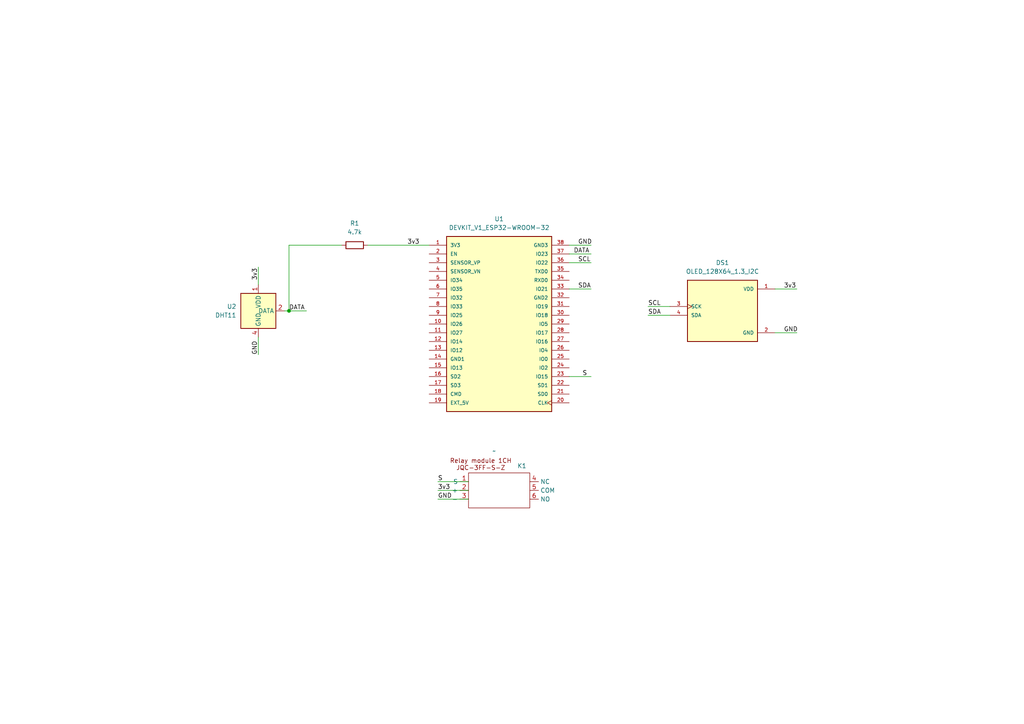
<source format=kicad_sch>
(kicad_sch (version 20250114) (generator "eeschema") (generator_version "9.0")
  (paper "A4")
  (lib_symbols
    (symbol "DEVKIT_V1_ESP32-WROOM-32:DEVKIT_V1_ESP32-WROOM-32" (pin_names (offset 1.016))
      (property "Reference" "U" (at -15.2572 26.0643 0))
      (property "Value" "DEVKIT_V1_ESP32-WROOM-32" (at -15.2563 -27.9698 0))
      (symbol "DEVKIT_V1_ESP32-WROOM-32_0_0"
        (rectangle (start -15.24 -25.4) (end 15.24 25.4) (stroke (width 0.254)) (fill (type background)))
        (pin power_in line (at -20.32 22.86 0) (length 5.08) (name "3V3") (number "1"))
        (pin input line (at -20.32 20.32 0) (length 5.08) (name "EN") (number "2"))
        (pin input line (at -20.32 17.78 0) (length 5.08) (name "SENSOR_VP") (number "3"))
        (pin input line (at -20.32 15.24 0) (length 5.08) (name "SENSOR_VN") (number "4"))
        (pin bidirectional line (at -20.32 12.7 0) (length 5.08) (name "IO34") (number "5"))
        (pin bidirectional line (at -20.32 10.16 0) (length 5.08) (name "IO35") (number "6"))
        (pin bidirectional line (at -20.32 7.62 0) (length 5.08) (name "IO32") (number "7"))
        (pin bidirectional line (at -20.32 5.08 0) (length 5.08) (name "IO33") (number "8"))
        (pin bidirectional line (at -20.32 2.54 0) (length 5.08) (name "IO25") (number "9"))
        (pin bidirectional line (at -20.32 0 0) (length 5.08) (name "IO26") (number "10"))
        (pin bidirectional line (at -20.32 -2.54 0) (length 5.08) (name "IO27") (number "11"))
        (pin bidirectional line (at -20.32 -5.08 0) (length 5.08) (name "IO14") (number "12"))
        (pin bidirectional line (at -20.32 -7.62 0) (length 5.08) (name "IO12") (number "13"))
        (pin power_in line (at -20.32 -10.16 0) (length 5.08) (name "GND1") (number "14"))
        (pin bidirectional line (at -20.32 -12.7 0) (length 5.08) (name "IO13") (number "15"))
        (pin bidirectional line (at -20.32 -15.24 0) (length 5.08) (name "SD2") (number "16"))
        (pin bidirectional line (at -20.32 -17.78 0) (length 5.08) (name "SD3") (number "17"))
        (pin bidirectional line (at -20.32 -20.32 0) (length 5.08) (name "CMD") (number "18"))
        (pin power_in line (at -20.32 -22.86 0) (length 5.08) (name "EXT_5V") (number "19"))
        (pin power_in line (at 20.32 22.86 180) (length 5.08) (name "GND3") (number "38"))
        (pin bidirectional line (at 20.32 20.32 180) (length 5.08) (name "IO23") (number "37"))
        (pin bidirectional line (at 20.32 17.78 180) (length 5.08) (name "IO22") (number "36"))
        (pin output line (at 20.32 15.24 180) (length 5.08) (name "TXD0") (number "35"))
        (pin input line (at 20.32 12.7 180) (length 5.08) (name "RXD0") (number "34"))
        (pin bidirectional line (at 20.32 10.16 180) (length 5.08) (name "IO21") (number "33"))
        (pin power_in line (at 20.32 7.62 180) (length 5.08) (name "GND2") (number "32"))
        (pin bidirectional line (at 20.32 5.08 180) (length 5.08) (name "IO19") (number "31"))
        (pin bidirectional line (at 20.32 2.54 180) (length 5.08) (name "IO18") (number "30"))
        (pin bidirectional line (at 20.32 0 180) (length 5.08) (name "IO5") (number "29"))
        (pin bidirectional line (at 20.32 -2.54 180) (length 5.08) (name "IO17") (number "28"))
        (pin bidirectional line (at 20.32 -5.08 180) (length 5.08) (name "IO16") (number "27"))
        (pin bidirectional line (at 20.32 -7.62 180) (length 5.08) (name "IO4") (number "26"))
        (pin bidirectional line (at 20.32 -10.16 180) (length 5.08) (name "IO0") (number "25"))
        (pin bidirectional line (at 20.32 -12.7 180) (length 5.08) (name "IO2") (number "24"))
        (pin bidirectional line (at 20.32 -15.24 180) (length 5.08) (name "IO15") (number "23"))
        (pin bidirectional line (at 20.32 -17.78 180) (length 5.08) (name "SD1") (number "22"))
        (pin bidirectional line (at 20.32 -20.32 180) (length 5.08) (name "SD0") (number "21"))
        (pin input clock (at 20.32 -22.86 180) (length 5.08) (name "CLK") (number "20"))
      )
    )
    (symbol "Device:R" (pin_numbers (hide yes)) (pin_names (offset 0))
      (property "Reference" "R" (at 2.032 0 90))
      (property "Value" "R" (at 0 0 90))
      (symbol "R_0_1"
        (rectangle (start -1.016 -2.54) (end 1.016 2.54) (stroke (width 0.254)))
      )
      (symbol "R_1_1"
        (pin passive line (at 0 3.81 270) (length 1.27) (name "~") (number "1"))
        (pin passive line (at 0 -3.81 90) (length 1.27) (name "~") (number "2"))
      )
    )
    (symbol "JQC-3FF-S-Z:relay_module_arduino"
      (property "Reference" "K1" (at 6.604 7.112 0))
      (property "Value" "~" (at -1.4525 11.43 0))
      (symbol "relay_module_arduino_0_1"
        (rectangle (start -8.89 5.08) (end 8.89 -5.08))
      )
      (symbol "relay_module_arduino_1_1"
        (text "Relay module 1CH\nJQC-3FF-S-Z" (at -5.334 7.62 0) (effects (font (size 1.27 1.27))))
        (pin input line (at -8.89 2.54 180) (length 2.54) (name "S") (number "1"))
        (pin power_in line (at -8.89 0 180) (length 2.54) (name "+") (number "2"))
        (pin power_in line (at -8.89 -2.54 180) (length 2.54) (name "-") (number "3"))
        (pin output line (at 8.89 2.54 0) (length 2.54) (name "NC") (number "4"))
        (pin output line (at 8.89 0 0) (length 2.54) (name "COM") (number "5"))
        (pin output line (at 8.89 -2.54 0) (length 2.54) (name "NO") (number "6"))
      )
    )
    (symbol "OLED_128X64_1.3_I2C:OLED_128X64_1.3_I2C" (pin_names (offset 1.016))
      (property "Reference" "DS" (at -10.16 10.922 0))
      (property "Value" "OLED_128X64_1.3_I2C" (at -10.16 -10.16 0))
      (symbol "OLED_128X64_1.3_I2C_0_0"
        (rectangle (start -10.16 -7.62) (end 10.16 10.16) (stroke (width 0.254)) (fill (type background)))
        (pin input clock (at -15.24 2.54 0) (length 5.08) (name "SCK") (number "3"))
        (pin bidirectional line (at -15.24 0 0) (length 5.08) (name "SDA") (number "4"))
        (pin power_in line (at 15.24 7.62 180) (length 5.08) (name "VDD") (number "1"))
        (pin power_in line (at 15.24 -5.08 180) (length 5.08) (name "GND") (number "2"))
      )
    )
    (symbol "Sensor:DHT11"
      (property "Reference" "U" (at -3.81 6.35 0))
      (property "Value" "DHT11" (at 3.81 6.35 0))
      (symbol "DHT11_0_1"
        (rectangle (start -5.08 5.08) (end 5.08 -5.08) (stroke (width 0.254)) (fill (type background)))
      )
      (symbol "DHT11_1_1"
        (pin no_connect line (at -5.08 0 0) (length 2.54) (hide yes) (name "NC") (number "3"))
        (pin power_in line (at 0 7.62 270) (length 2.54) (name "VDD") (number "1"))
        (pin power_in line (at 0 -7.62 90) (length 2.54) (name "GND") (number "4"))
        (pin bidirectional line (at 7.62 0 180) (length 2.54) (name "DATA") (number "2"))
      )
    )
  )
  (junction (at 83.82 90.17))
  (wire (pts (xy 127 142.24) (xy 135.89 142.24)))
  (wire (pts (xy 231.14 96.52) (xy 224.79 96.52)))
  (wire (pts (xy 231.14 83.82) (xy 224.79 83.82)))
  (wire (pts (xy 106.68 71.12) (xy 124.46 71.12)))
  (wire (pts (xy 74.93 77.47) (xy 74.93 82.55)))
  (wire (pts (xy 171.45 76.2) (xy 165.1 76.2)))
  (wire (pts (xy 88.9 90.17) (xy 83.82 90.17)))
  (wire (pts (xy 171.45 73.66) (xy 165.1 73.66)))
  (wire (pts (xy 171.45 109.22) (xy 165.1 109.22)))
  (wire (pts (xy 74.93 102.87) (xy 74.93 97.79)))
  (wire (pts (xy 187.96 91.44) (xy 194.31 91.44)))
  (wire (pts (xy 99.06 71.12) (xy 83.82 71.12)))
  (wire (pts (xy 171.45 83.82) (xy 165.1 83.82)))
  (wire (pts (xy 127 144.78) (xy 135.89 144.78)))
  (wire (pts (xy 127 139.7) (xy 135.89 139.7)))
  (wire (pts (xy 83.82 71.12) (xy 83.82 90.17)))
  (wire (pts (xy 171.45 71.12) (xy 165.1 71.12)))
  (wire (pts (xy 82.55 90.17) (xy 83.82 90.17)))
  (wire (pts (xy 187.96 88.9) (xy 194.31 88.9)))
  (label "SCL" (at 167.64 76.2 0))
  (label "3v3" (at 74.93 81.28 90))
  (label "S" (at 127 139.7 0))
  (label "3v3" (at 127 142.24 0))
  (label "SDA" (at 187.96 91.44 0))
  (label "S" (at 168.91 109.22 0))
  (label "3v3" (at 118.11 71.12 0))
  (label "GND" (at 74.93 102.87 90))
  (label "SDA" (at 167.64 83.82 0))
  (label "GND" (at 227.33 96.52 0))
  (label "SCL" (at 187.96 88.9 0))
  (label "GND" (at 167.64 71.12 0))
  (label "GND" (at 127 144.78 0))
  (label "3v3" (at 227.33 83.82 0))
  (label "DATA" (at 166.37 73.66 0))
  (label "DATA" (at 83.82 90.17 0))
  (symbol (lib_id "Sensor:DHT11") (at 74.93 90.17 0) (unit 1)
    (property "Reference" "U2" (at 68.58 88.8999 0) (effects (justify right)))
    (property "Value" "DHT11" (at 68.58 91.4399 0) (effects (justify right)))
    (property "Footprint" "Sensor:Aosong_DHT11_5.5x12.0_P2.54mm" (effects (hide yes)))
    (property "Datasheet" "http://akizukidenshi.com/download/ds/aosong/DHT11.pdf" (effects (hide yes)))
    (property "Description" "3.3V to 5.5V, temperature and humidity module, DHT11" (effects (hide yes)))
  )
  (symbol (lib_id "OLED_128X64_1.3_I2C:OLED_128X64_1.3_I2C") (at 209.55 91.44 0) (unit 1)
    (property "Reference" "DS1" (at 209.55 76.2 0))
    (property "Value" "OLED_128X64_1.3_I2C" (at 209.55 78.74 0))
    (property "Footprint" "OLED_128X64_1.3_I2C:LCD_OLED_128X64_1.3_I2C" (effects (hide yes)))
    (property "MF" "UNIVERSAL-SOLDER Electronics Ltd" (effects (hide yes)))
    (property "Description_1" "Non-Touch Graphic LCD Display Module Transmissive White OLED, Monochrome I2C 1.3 (33.02mm) 128 x 64" (effects (hide yes)))
    (property "Package" "None" (effects (hide yes)))
    (property "Price" "None" (effects (hide yes)))
    (property "Check_prices" "https://www.snapeda.com/parts/OLED%20128x64%201.3%22%20I2C/UNIVERSAL-SOLDER+Electronics+Ltd/view-part/?ref=eda" (effects (hide yes)))
    (property "STANDARD" "Manufacturer Recommendations" (effects (hide yes)))
    (property "PARTREV" "NA" (effects (hide yes)))
    (property "SnapEDA_Link" "https://www.snapeda.com/parts/OLED%20128x64%201.3%22%20I2C/UNIVERSAL-SOLDER+Electronics+Ltd/view-part/?ref=snap" (effects (hide yes)))
    (property "MP" "OLED 128x64 1.3&quot; I2C" (effects (hide yes)))
    (property "Availability" "Not in stock" (effects (hide yes)))
    (property "MANUFACTURER" "UNIVERSAL-SOLDER Electronics Ltd" (effects (hide yes)))
  )
  (symbol (lib_id "Device:R") (at 102.87 71.12 90) (unit 1)
    (property "Reference" "R1" (at 102.87 64.77 90))
    (property "Value" "4.7k" (at 102.87 67.31 90))
    (property "Footprint" "Resistor_SMD:R_1206_3216Metric" (effects (hide yes)))
    (property "Description" "Resistor" (effects (hide yes)))
  )
  (symbol (lib_id "JQC-3FF-S-Z:relay_module_arduino") (at 144.78 142.24 0) (unit 1)
    (property "Reference" "K1" (at 151.384 135.128 0))
    (property "Value" "~" (at 143.3275 130.81 0))
    (property "Footprint" "relayModule:Relay_Module_1CH" (effects (hide yes)))
  )
  (symbol (lib_id "DEVKIT_V1_ESP32-WROOM-32:DEVKIT_V1_ESP32-WROOM-32") (at 144.78 93.98 0) (unit 1)
    (property "Reference" "U1" (at 144.78 63.5 0))
    (property "Value" "DEVKIT_V1_ESP32-WROOM-32" (at 144.78 66.04 0))
    (property "Footprint" "DEVKIT_V1_ESP32-WROOM-32:MODULE_DEVKIT_V1_ESP32-WROOM-32" (effects (hide yes)))
    (property "MF" "Espressif Systems" (effects (hide yes)))
    (property "Description_1" "WROOM-32 Development Board ESP32 ESP-32S WiFi Bluetooth Dev Module" (effects (hide yes)))
    (property "Package" "Package" (effects (hide yes)))
    (property "Price" "None" (effects (hide yes)))
    (property "Check_prices" "https://www.snapeda.com/parts/DEVKIT%20V1%20ESP32-WROOM-32/Espressif+Systems/view-part/?ref=eda" (effects (hide yes)))
    (property "STANDARD" "Manufacturer Recommendations" (effects (hide yes)))
    (property "PARTREV" "N/A" (effects (hide yes)))
    (property "SnapEDA_Link" "https://www.snapeda.com/parts/DEVKIT%20V1%20ESP32-WROOM-32/Espressif+Systems/view-part/?ref=snap" (effects (hide yes)))
    (property "MP" "DEVKIT V1 ESP32-WROOM-32" (effects (hide yes)))
    (property "Availability" "Not in stock" (effects (hide yes)))
    (property "MANUFACTURER" "Espressif Systems" (effects (hide yes)))
  )
)
</source>
